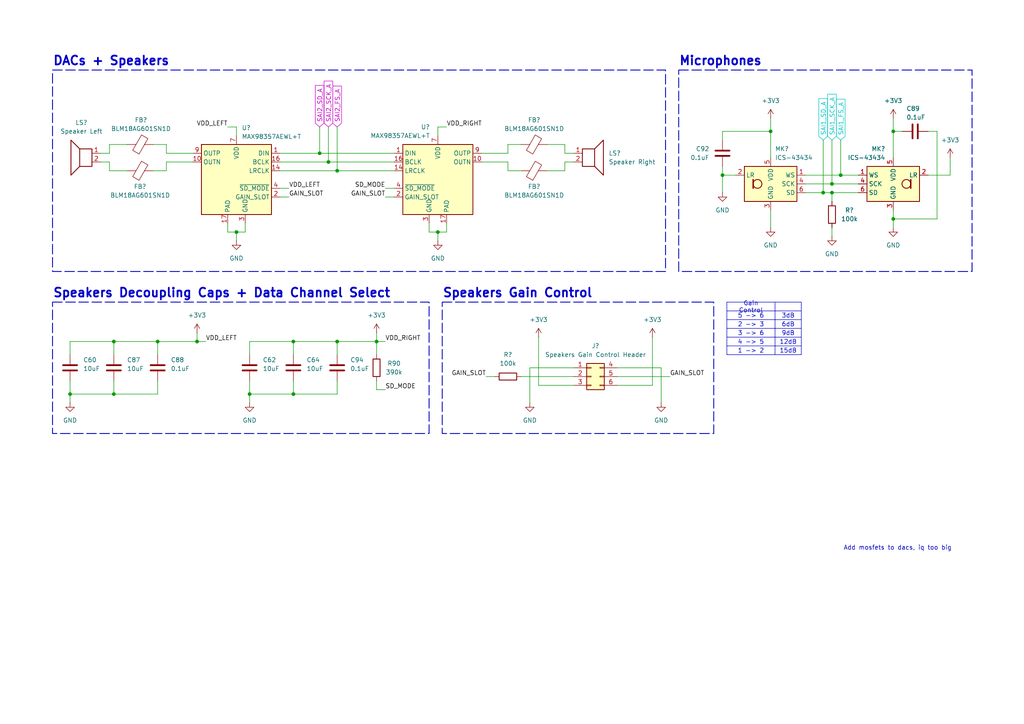
<source format=kicad_sch>
(kicad_sch (version 20250114) (generator "eeschema") (generator_version "9.0")
  (paper "A4")
  (title_block (title "HRVSTR") (date "2025-07-13") (rev "V1.0") (company "Smuggr"))
  (lib_symbols
    (symbol "Audio:MAX98357A"
      (property "Reference" "U" (at -8.89 11.43 0))
      (property "Value" "MAX98357A" (at 10.16 11.43 0))
      (symbol "MAX98357A_1_1"
        (rectangle (start -10.16 10.16) (end 10.16 -10.16) (stroke (width 0.254)) (fill (type background)))
        (pin input line (at -12.7 7.62 0) (length 2.54) (name "DIN") (number "1"))
        (pin input line (at -12.7 5.08 0) (length 2.54) (name "BCLK") (number "16"))
        (pin input line (at -12.7 2.54 0) (length 2.54) (name "LRCLK") (number "14"))
        (pin input line (at -12.7 -2.54 0) (length 2.54) (name "~{SD_MODE}") (number "4"))
        (pin passive line (at -12.7 -5.08 0) (length 2.54) (name "GAIN_SLOT") (number "2"))
        (pin passive line (at -2.54 -12.7 90) (length 2.54) (hide yes) (name "GND") (number "11"))
        (pin passive line (at -2.54 -12.7 90) (length 2.54) (hide yes) (name "GND") (number "15"))
        (pin power_in line (at -2.54 -12.7 90) (length 2.54) (name "GND") (number "3"))
        (pin power_in line (at 0 12.7 270) (length 2.54) (name "VDD") (number "7"))
        (pin passive line (at 0 12.7 270) (length 2.54) (hide yes) (name "VDD") (number "8"))
        (pin unspecified line (at 2.54 -12.7 90) (length 2.54) (name "PAD") (number "17"))
        (pin no_connect line (at 10.16 2.54 180) (length 2.54) (hide yes) (name "NC") (number "5"))
        (pin no_connect line (at 10.16 0 180) (length 2.54) (hide yes) (name "NC") (number "6"))
        (pin no_connect line (at 10.16 -5.08 180) (length 2.54) (hide yes) (name "NC") (number "12"))
        (pin no_connect line (at 10.16 -7.62 180) (length 2.54) (hide yes) (name "NC") (number "13"))
        (pin output line (at 12.7 7.62 180) (length 2.54) (name "OUTP") (number "9"))
        (pin output line (at 12.7 5.08 180) (length 2.54) (name "OUTN") (number "10"))
      )
    )
    (symbol "Connector_Generic:Conn_02x03_Top_Bottom" (pin_names (offset 1.016) (hide yes))
      (property "Reference" "J" (at 1.27 5.08 0))
      (property "Value" "Conn_02x03_Top_Bottom" (at 1.27 -5.08 0))
      (symbol "Conn_02x03_Top_Bottom_1_1"
        (rectangle (start -1.27 3.81) (end 3.81 -3.81) (stroke (width 0.254)) (fill (type background)))
        (rectangle (start -1.27 2.667) (end 0 2.413) (stroke (width 0.1524)))
        (rectangle (start -1.27 0.127) (end 0 -0.127) (stroke (width 0.1524)))
        (rectangle (start -1.27 -2.413) (end 0 -2.667) (stroke (width 0.1524)))
        (rectangle (start 3.81 2.667) (end 2.54 2.413) (stroke (width 0.1524)))
        (rectangle (start 3.81 0.127) (end 2.54 -0.127) (stroke (width 0.1524)))
        (rectangle (start 3.81 -2.413) (end 2.54 -2.667) (stroke (width 0.1524)))
        (pin passive line (at -5.08 2.54 0) (length 3.81) (name "Pin_1") (number "1"))
        (pin passive line (at -5.08 0 0) (length 3.81) (name "Pin_2") (number "2"))
        (pin passive line (at -5.08 -2.54 0) (length 3.81) (name "Pin_3") (number "3"))
        (pin passive line (at 7.62 2.54 180) (length 3.81) (name "Pin_4") (number "4"))
        (pin passive line (at 7.62 0 180) (length 3.81) (name "Pin_5") (number "5"))
        (pin passive line (at 7.62 -2.54 180) (length 3.81) (name "Pin_6") (number "6"))
      )
    )
    (symbol "Device:C" (pin_numbers (hide yes)) (pin_names (offset 0.254))
      (property "Reference" "C" (at 0.635 2.54 0))
      (property "Value" "C" (at 0.635 -2.54 0))
      (symbol "C_0_1"
        (polyline (pts (xy -2.032 0.762) (xy 2.032 0.762)) (stroke (width 0.508)))
        (polyline (pts (xy -2.032 -0.762) (xy 2.032 -0.762)) (stroke (width 0.508)))
      )
      (symbol "C_1_1"
        (pin passive line (at 0 3.81 270) (length 2.794) (name "~") (number "1"))
        (pin passive line (at 0 -3.81 90) (length 2.794) (name "~") (number "2"))
      )
    )
    (symbol "Device:FerriteBead" (pin_numbers (hide yes)) (pin_names (offset 0))
      (property "Reference" "FB" (at -3.81 0.635 90))
      (property "Value" "FerriteBead" (at 3.81 0 90))
      (symbol "FerriteBead_0_1"
        (polyline (pts (xy -2.7686 0.4064) (xy -1.7018 2.2606) (xy 2.7686 -0.3048) (xy 1.6764 -2.159) (xy -2.7686 0.4064)))
        (polyline (pts (xy 0 1.27) (xy 0 1.2954)))
        (polyline (pts (xy 0 -1.27) (xy 0 -1.2192)))
      )
      (symbol "FerriteBead_1_1"
        (pin passive line (at 0 3.81 270) (length 2.54) (name "~") (number "1"))
        (pin passive line (at 0 -3.81 90) (length 2.54) (name "~") (number "2"))
      )
    )
    (symbol "Device:R" (pin_numbers (hide yes)) (pin_names (offset 0))
      (property "Reference" "R" (at 2.032 0 90))
      (property "Value" "R" (at 0 0 90))
      (symbol "R_0_1"
        (rectangle (start -1.016 -2.54) (end 1.016 2.54) (stroke (width 0.254)))
      )
      (symbol "R_1_1"
        (pin passive line (at 0 3.81 270) (length 1.27) (name "~") (number "1"))
        (pin passive line (at 0 -3.81 90) (length 1.27) (name "~") (number "2"))
      )
    )
    (symbol "Device:Speaker" (pin_names (offset 0) (hide yes))
      (property "Reference" "LS" (at 1.27 5.715 0))
      (property "Value" "Speaker" (at 1.27 3.81 0))
      (symbol "Speaker_0_0"
        (rectangle (start -2.54 1.27) (end 1.016 -3.81) (stroke (width 0.254)))
        (polyline (pts (xy 1.016 1.27) (xy 3.556 3.81) (xy 3.556 -6.35) (xy 1.016 -3.81)) (stroke (width 0.254)))
      )
      (symbol "Speaker_1_1"
        (pin input line (at -5.08 0 0) (length 2.54) (name "1") (number "1"))
        (pin input line (at -5.08 -2.54 0) (length 2.54) (name "2") (number "2"))
      )
    )
    (symbol "Sensor_Audio:ICS-43434"
      (property "Reference" "MK" (at -7.62 6.35 0))
      (property "Value" "ICS-43434" (at 1.27 6.35 0))
      (symbol "ICS-43434_1_1"
        (rectangle (start -7.62 5.08) (end 7.62 -5.08) (stroke (width 0.254)) (fill (type background)))
        (polyline (pts (xy -5.08 1.27) (xy -5.08 -1.27)) (stroke (width 0.381)))
        (circle (center -3.81 0) (radius 1.27) (stroke (width 0.254)))
        (pin input line (at -10.16 2.54 0) (length 2.54) (name "LR") (number "2"))
        (pin power_in line (at 0 7.62 270) (length 2.54) (name "VDD") (number "5"))
        (pin power_in line (at 0 -7.62 90) (length 2.54) (name "GND") (number "3"))
        (pin input line (at 10.16 2.54 180) (length 2.54) (name "WS") (number "1"))
        (pin input line (at 10.16 0 180) (length 2.54) (name "SCK") (number "4"))
        (pin output line (at 10.16 -2.54 180) (length 2.54) (name "SD") (number "6"))
      )
    )
    (symbol "power:+3V3" (power) (pin_numbers (hide yes)) (pin_names (offset 0) (hide yes))
      (property "Value" "+3V3" (at 0 3.556 0))
      (symbol "+3V3_0_1"
        (polyline (pts (xy -0.762 1.27) (xy 0 2.54)))
        (polyline (pts (xy 0 2.54) (xy 0.762 1.27)))
        (polyline (pts (xy 0 0) (xy 0 2.54)))
      )
      (symbol "+3V3_1_1"
        (pin power_in line (at 0 0 90) (length 0) (name "~") (number "1"))
      )
    )
    (symbol "power:GND" (power) (pin_numbers (hide yes)) (pin_names (offset 0) (hide yes))
      (property "Value" "GND" (at 0 -3.81 0))
      (symbol "GND_0_1"
        (polyline (pts (xy 0 0) (xy 0 -1.27) (xy 1.27 -1.27) (xy 0 -2.54) (xy -1.27 -1.27) (xy 0 -1.27)))
      )
      (symbol "GND_1_1"
        (pin power_in line (at 0 0 270) (length 0) (name "~") (number "1"))
      )
    )
  )
  (rectangle (start 15.24 87.63) (end 124.46 125.73) (stroke (width 0.254) (type dash)))
  (rectangle (start 15.24 20.32) (end 193.04 78.74) (stroke (width 0.254) (type dash)))
  (rectangle (start 196.85 20.32) (end 281.94 78.74) (stroke (width 0.254) (type dash)))
  (rectangle (start 128.27 87.63) (end 207.01 125.73) (stroke (width 0.254) (type dash)))
  (text "Speakers Gain Control" (at 128.27 85.09 0) (effects (font (size 2.54 2.54) (thickness 0.508) (bold yes)) (justify left)))
  (text "Add mosfets to dacs, iq too big" (at 260.35 159.004 0) (effects (font (size 1.27 1.27))))
  (text "Speakers Decoupling Caps + Data Channel Select" (at 15.24 85.09 0) (effects (font (size 2.54 2.54) (thickness 0.508) (bold yes)) (justify left)))
  (text "Microphones" (at 196.85 17.78 0) (effects (font (size 2.54 2.54) (thickness 0.508) (bold yes)) (justify left)))
  (text "DACs + Speakers" (at 15.24 17.78 0) (effects (font (size 2.54 2.54) (thickness 0.508) (bold yes)) (justify left)))
  (junction (at 33.02 114.3))
  (junction (at 20.32 114.3))
  (junction (at 92.71 44.45))
  (junction (at 223.52 38.1))
  (junction (at 209.55 50.8))
  (junction (at 85.09 114.3))
  (junction (at 68.58 67.31))
  (junction (at 127 67.31))
  (junction (at 243.84 50.8))
  (junction (at 259.08 63.5))
  (junction (at 95.25 46.99))
  (junction (at 97.79 49.53))
  (junction (at 97.79 99.06))
  (junction (at 33.02 99.06))
  (junction (at 241.3 55.88))
  (junction (at 85.09 99.06))
  (junction (at 45.72 99.06))
  (junction (at 57.15 99.06))
  (junction (at 241.3 53.34))
  (junction (at 109.22 99.06))
  (junction (at 238.76 55.88))
  (junction (at 72.39 114.3))
  (junction (at 259.08 38.1))
  (wire (pts (xy 147.32 41.91) (xy 151.13 41.91)))
  (wire (pts (xy 147.32 49.53) (xy 147.32 46.99)))
  (wire (pts (xy 243.84 40.64) (xy 243.84 50.8)))
  (wire (pts (xy 156.21 97.79) (xy 156.21 111.76)))
  (wire (pts (xy 20.32 114.3) (xy 20.32 110.49)))
  (wire (pts (xy 189.23 111.76) (xy 179.07 111.76)))
  (wire (pts (xy 223.52 60.96) (xy 223.52 66.04)))
  (wire (pts (xy 48.26 41.91) (xy 48.26 44.45)))
  (wire (pts (xy 194.31 109.22) (xy 179.07 109.22)))
  (wire (pts (xy 72.39 114.3) (xy 72.39 110.49)))
  (wire (pts (xy 109.22 96.52) (xy 109.22 99.06)))
  (wire (pts (xy 20.32 102.87) (xy 20.32 99.06)))
  (wire (pts (xy 33.02 102.87) (xy 33.02 99.06)))
  (wire (pts (xy 153.67 106.68) (xy 166.37 106.68)))
  (wire (pts (xy 31.75 49.53) (xy 31.75 46.99)))
  (wire (pts (xy 127 39.37) (xy 127 36.83)))
  (wire (pts (xy 59.69 99.06) (xy 57.15 99.06)))
  (wire (pts (xy 109.22 99.06) (xy 109.22 102.87)))
  (wire (pts (xy 97.79 114.3) (xy 85.09 114.3)))
  (wire (pts (xy 33.02 114.3) (xy 33.02 110.49)))
  (wire (pts (xy 209.55 38.1) (xy 223.52 38.1)))
  (wire (pts (xy 241.3 53.34) (xy 248.92 53.34)))
  (wire (pts (xy 31.75 41.91) (xy 31.75 44.45)))
  (wire (pts (xy 209.55 48.26) (xy 209.55 50.8)))
  (wire (pts (xy 111.76 54.61) (xy 114.3 54.61)))
  (wire (pts (xy 68.58 39.37) (xy 68.58 36.83)))
  (wire (pts (xy 111.76 113.03) (xy 109.22 113.03)))
  (wire (pts (xy 44.45 49.53) (xy 48.26 49.53)))
  (wire (pts (xy 124.46 64.77) (xy 124.46 67.31)))
  (wire (pts (xy 48.26 41.91) (xy 44.45 41.91)))
  (wire (pts (xy 259.08 60.96) (xy 259.08 63.5)))
  (wire (pts (xy 223.52 38.1) (xy 223.52 45.72)))
  (wire (pts (xy 259.08 38.1) (xy 259.08 45.72)))
  (wire (pts (xy 259.08 38.1) (xy 261.62 38.1)))
  (wire (pts (xy 31.75 46.99) (xy 29.21 46.99)))
  (wire (pts (xy 158.75 49.53) (xy 163.83 49.53)))
  (wire (pts (xy 111.76 99.06) (xy 109.22 99.06)))
  (wire (pts (xy 163.83 46.99) (xy 166.37 46.99)))
  (wire (pts (xy 127 36.83) (xy 129.54 36.83)))
  (wire (pts (xy 147.32 41.91) (xy 147.32 44.45)))
  (wire (pts (xy 153.67 116.84) (xy 153.67 106.68)))
  (wire (pts (xy 275.59 50.8) (xy 269.24 50.8)))
  (wire (pts (xy 129.54 64.77) (xy 129.54 67.31)))
  (wire (pts (xy 72.39 102.87) (xy 72.39 99.06)))
  (wire (pts (xy 45.72 114.3) (xy 33.02 114.3)))
  (wire (pts (xy 241.3 55.88) (xy 241.3 58.42)))
  (wire (pts (xy 209.55 40.64) (xy 209.55 38.1)))
  (wire (pts (xy 85.09 114.3) (xy 72.39 114.3)))
  (wire (pts (xy 85.09 114.3) (xy 85.09 110.49)))
  (wire (pts (xy 271.78 38.1) (xy 271.78 63.5)))
  (wire (pts (xy 127 67.31) (xy 127 69.85)))
  (wire (pts (xy 189.23 97.79) (xy 189.23 111.76)))
  (wire (pts (xy 57.15 96.52) (xy 57.15 99.06)))
  (wire (pts (xy 97.79 99.06) (xy 97.79 102.87)))
  (wire (pts (xy 68.58 67.31) (xy 68.58 69.85)))
  (wire (pts (xy 259.08 34.29) (xy 259.08 38.1)))
  (wire (pts (xy 48.26 49.53) (xy 48.26 46.99)))
  (wire (pts (xy 33.02 114.3) (xy 20.32 114.3)))
  (wire (pts (xy 36.83 41.91) (xy 31.75 41.91)))
  (wire (pts (xy 241.3 55.88) (xy 248.92 55.88)))
  (wire (pts (xy 72.39 99.06) (xy 85.09 99.06)))
  (wire (pts (xy 20.32 99.06) (xy 33.02 99.06)))
  (wire (pts (xy 71.12 67.31) (xy 68.58 67.31)))
  (wire (pts (xy 191.77 116.84) (xy 191.77 106.68)))
  (wire (pts (xy 233.68 53.34) (xy 241.3 53.34)))
  (wire (pts (xy 45.72 99.06) (xy 45.72 102.87)))
  (wire (pts (xy 147.32 44.45) (xy 139.7 44.45)))
  (wire (pts (xy 36.83 49.53) (xy 31.75 49.53)))
  (wire (pts (xy 129.54 67.31) (xy 127 67.31)))
  (wire (pts (xy 156.21 111.76) (xy 166.37 111.76)))
  (wire (pts (xy 33.02 99.06) (xy 45.72 99.06)))
  (wire (pts (xy 111.76 57.15) (xy 114.3 57.15)))
  (wire (pts (xy 163.83 44.45) (xy 166.37 44.45)))
  (wire (pts (xy 66.04 64.77) (xy 66.04 67.31)))
  (wire (pts (xy 45.72 99.06) (xy 57.15 99.06)))
  (wire (pts (xy 191.77 106.68) (xy 179.07 106.68)))
  (wire (pts (xy 72.39 114.3) (xy 72.39 116.84)))
  (wire (pts (xy 97.79 99.06) (xy 109.22 99.06)))
  (wire (pts (xy 92.71 36.83) (xy 92.71 44.45)))
  (wire (pts (xy 275.59 50.8) (xy 275.59 45.72)))
  (wire (pts (xy 97.79 49.53) (xy 114.3 49.53)))
  (wire (pts (xy 92.71 44.45) (xy 114.3 44.45)))
  (wire (pts (xy 147.32 46.99) (xy 139.7 46.99)))
  (wire (pts (xy 209.55 50.8) (xy 213.36 50.8)))
  (wire (pts (xy 83.82 57.15) (xy 81.28 57.15)))
  (wire (pts (xy 223.52 34.29) (xy 223.52 38.1)))
  (wire (pts (xy 271.78 63.5) (xy 259.08 63.5)))
  (wire (pts (xy 81.28 54.61) (xy 83.82 54.61)))
  (wire (pts (xy 238.76 55.88) (xy 241.3 55.88)))
  (wire (pts (xy 48.26 44.45) (xy 55.88 44.45)))
  (wire (pts (xy 45.72 110.49) (xy 45.72 114.3)))
  (wire (pts (xy 233.68 50.8) (xy 243.84 50.8)))
  (wire (pts (xy 31.75 44.45) (xy 29.21 44.45)))
  (wire (pts (xy 81.28 46.99) (xy 95.25 46.99)))
  (wire (pts (xy 20.32 114.3) (xy 20.32 116.84)))
  (wire (pts (xy 163.83 41.91) (xy 163.83 44.45)))
  (wire (pts (xy 269.24 38.1) (xy 271.78 38.1)))
  (wire (pts (xy 81.28 49.53) (xy 97.79 49.53)))
  (wire (pts (xy 241.3 66.04) (xy 241.3 68.58)))
  (wire (pts (xy 241.3 40.64) (xy 241.3 53.34)))
  (wire (pts (xy 85.09 102.87) (xy 85.09 99.06)))
  (wire (pts (xy 97.79 110.49) (xy 97.79 114.3)))
  (wire (pts (xy 238.76 40.64) (xy 238.76 55.88)))
  (wire (pts (xy 109.22 113.03) (xy 109.22 110.49)))
  (wire (pts (xy 85.09 99.06) (xy 97.79 99.06)))
  (wire (pts (xy 233.68 55.88) (xy 238.76 55.88)))
  (wire (pts (xy 71.12 64.77) (xy 71.12 67.31)))
  (wire (pts (xy 81.28 44.45) (xy 92.71 44.45)))
  (wire (pts (xy 163.83 49.53) (xy 163.83 46.99)))
  (wire (pts (xy 151.13 109.22) (xy 166.37 109.22)))
  (wire (pts (xy 259.08 63.5) (xy 259.08 66.04)))
  (wire (pts (xy 140.97 109.22) (xy 143.51 109.22)))
  (wire (pts (xy 48.26 46.99) (xy 55.88 46.99)))
  (wire (pts (xy 97.79 36.83) (xy 97.79 49.53)))
  (wire (pts (xy 209.55 50.8) (xy 209.55 55.88)))
  (wire (pts (xy 124.46 67.31) (xy 127 67.31)))
  (wire (pts (xy 151.13 49.53) (xy 147.32 49.53)))
  (wire (pts (xy 243.84 50.8) (xy 248.92 50.8)))
  (wire (pts (xy 66.04 67.31) (xy 68.58 67.31)))
  (wire (pts (xy 95.25 46.99) (xy 114.3 46.99)))
  (wire (pts (xy 68.58 36.83) (xy 66.04 36.83)))
  (wire (pts (xy 158.75 41.91) (xy 163.83 41.91)))
  (wire (pts (xy 95.25 36.83) (xy 95.25 46.99)))
  (table (column_count 2) (border (external yes) (header yes)) (separators (rows yes) (cols yes)) (column_widths 13.97 7.62) (row_heights 2.54 2.54 2.54 2.54 2.54 2.54) (cells (table_cell "Gain Control" (at 210.82 87.63 0) (size 13.97 2.54) (margins 0.9525 0.9525 0.9525 0.9525) (span 1 1)) (table_cell "" (at 224.79 87.63 0) (size 7.62 2.54) (margins 0.9525 0.9525 0.9525 0.9525) (span 1 1)) (table_cell "5 -> 6" (at 210.82 90.17 0) (size 13.97 2.54) (margins 0.9525 0.9525 0.9525 0.9525) (span 1 1)) (table_cell "3dB" (at 224.79 90.17 0) (size 7.62 2.54) (margins 0.9525 0.9525 0.9525 0.9525) (span 1 1)) (table_cell "2 -> 3" (at 210.82 92.71 0) (size 13.97 2.54) (margins 0.9525 0.9525 0.9525 0.9525) (span 1 1)) (table_cell "6dB" (at 224.79 92.71 0) (size 7.62 2.54) (margins 0.9525 0.9525 0.9525 0.9525) (span 1 1)) (table_cell "3 -> 6" (at 210.82 95.25 0) (size 13.97 2.54) (margins 0.9525 0.9525 0.9525 0.9525) (span 1 1)) (table_cell "9dB" (at 224.79 95.25 0) (size 7.62 2.54) (margins 0.9525 0.9525 0.9525 0.9525) (span 1 1)) (table_cell "4 -> 5" (at 210.82 97.79 0) (size 13.97 2.54) (margins 0.9525 0.9525 0.9525 0.9525) (span 1 1)) (table_cell "12dB" (at 224.79 97.79 0) (size 7.62 2.54) (margins 0.9525 0.9525 0.9525 0.9525) (span 1 1)) (table_cell "1 -> 2" (at 210.82 100.33 0) (size 13.97 2.54) (margins 0.9525 0.9525 0.9525 0.9525) (span 1 1)) (table_cell "15dB" (at 224.79 100.33 0) (size 7.62 2.54) (margins 0.9525 0.9525 0.9525 0.9525) (span 1 1))))
  (label "VDD_RIGHT" (at 129.54 36.83 0))
  (label "GAIN_SLOT" (at 83.82 57.15 0))
  (label "VDD_RIGHT" (at 111.76 99.06 0))
  (label "GAIN_SLOT" (at 194.31 109.22 0))
  (label "SD_MODE" (at 111.76 54.61 180))
  (label "VDD_LEFT" (at 59.69 99.06 0))
  (label "SD_MODE" (at 111.76 113.03 0))
  (label "GAIN_SLOT" (at 111.76 57.15 180))
  (label "GAIN_SLOT" (at 140.97 109.22 180))
  (label "VDD_LEFT" (at 83.82 54.61 0))
  (label "VDD_LEFT" (at 66.04 36.83 180))
  (global_label "SAI1_FS_A" (shape input) (at 243.84 40.64 90) (property "Intersheetrefs" "${INTERSHEET_REFS}" (effects (hide yes))))
  (global_label "SAI1_SCK_A" (shape input) (at 241.3 40.64 90) (property "Intersheetrefs" "${INTERSHEET_REFS}" (effects (hide yes))))
  (global_label "SAI1_SD_A" (shape input) (at 238.76 40.64 90) (property "Intersheetrefs" "${INTERSHEET_REFS}" (effects (hide yes))))
  (global_label "SAI2_FS_A" (shape input) (at 97.79 36.83 90) (property "Intersheetrefs" "${INTERSHEET_REFS}" (effects (hide yes))))
  (global_label "SAI2_SCK_A" (shape input) (at 95.25 36.83 90) (property "Intersheetrefs" "${INTERSHEET_REFS}" (effects (hide yes))))
  (global_label "SAI2_SD_A" (shape input) (at 92.71 36.83 90) (property "Intersheetrefs" "${INTERSHEET_REFS}" (effects (hide yes))))
  (symbol (lib_id "power:GND") (at 153.67 116.84 0) (mirror y) (unit 1)
    (property "Reference" "#PWR?" (effects (hide yes)))
    (property "Value" "GND" (at 153.67 121.92 0))
    (property "Description" "Power symbol creates a global label with name \"GND\" , ground" (effects (hide yes)))
  )
  (symbol (lib_id "Device:Speaker") (at 171.45 44.45 0) (unit 1)
    (property "Reference" "LS?" (at 176.53 44.4499 0) (effects (justify left)))
    (property "Value" "Speaker Right" (at 176.53 46.9899 0) (effects (justify left)))
    (property "Description" "Speaker" (effects (hide yes)))
  )
  (symbol (lib_id "Device:R") (at 147.32 109.22 270) (unit 1)
    (property "Reference" "R?" (at 147.32 102.87 90))
    (property "Value" "100k" (at 147.32 105.41 90))
    (property "Description" "Resistor" (effects (hide yes)))
  )
  (symbol (lib_id "Device:Speaker") (at 24.13 44.45 0) (mirror y) (unit 1)
    (property "Reference" "LS?" (at 23.622 35.56 0))
    (property "Value" "Speaker Left" (at 23.622 38.1 0))
    (property "Description" "Speaker" (effects (hide yes)))
  )
  (symbol (lib_id "power:+3V3") (at 109.22 96.52 0) (unit 1)
    (property "Reference" "#PWR0103" (effects (hide yes)))
    (property "Value" "+3V3" (at 109.22 91.44 0))
    (property "Description" "Power symbol creates a global label with name \"+3V3\"" (effects (hide yes)))
  )
  (symbol (lib_id "Audio:MAX98357A") (at 127 52.07 0) (unit 1)
    (property "Reference" "U?" (at 124.714 36.83 0) (effects (justify right)))
    (property "Value" "MAX98357AEWL+T" (at 124.714 39.37 0) (effects (justify right)))
    (property "Footprint" "Package_DFN_QFN:TQFN-16-1EP_3x3mm_P0.5mm_EP1.23x1.23mm" (effects (hide yes)))
    (property "Datasheet" "https://www.analog.com/media/en/technical-documentation/data-sheets/MAX98357A-MAX98357B.pdf" (effects (hide yes)))
    (property "Description" "Mono DAC with amplifier, I2S, PCM, TDM, 32-bit, 96khz, 3.2W, TQFP-16" (effects (hide yes)))
  )
  (symbol (lib_id "power:GND") (at 223.52 66.04 0) (unit 1)
    (property "Reference" "#PWR?" (effects (hide yes)))
    (property "Value" "GND" (at 223.52 71.12 0))
    (property "Description" "Power symbol creates a global label with name \"GND\" , ground" (effects (hide yes)))
  )
  (symbol (lib_id "power:+3V3") (at 275.59 45.72 0) (mirror y) (unit 1)
    (property "Reference" "#PWR?" (effects (hide yes)))
    (property "Value" "+3V3" (at 275.59 40.64 0))
    (property "Description" "Power symbol creates a global label with name \"+3V3\"" (effects (hide yes)))
  )
  (symbol (lib_id "power:GND") (at 72.39 116.84 0) (mirror y) (unit 1)
    (property "Reference" "#PWR0102" (effects (hide yes)))
    (property "Value" "GND" (at 72.39 121.92 0))
    (property "Description" "Power symbol creates a global label with name \"GND\" , ground" (effects (hide yes)))
  )
  (symbol (lib_id "Device:C") (at 85.09 106.68 0) (unit 1)
    (property "Reference" "C64" (at 88.9 104.394 0) (effects (justify left)))
    (property "Value" "10uF" (at 88.9 106.934 0) (effects (justify left)))
    (property "Description" "Unpolarized capacitor" (effects (hide yes)))
  )
  (symbol (lib_id "power:GND") (at 209.55 55.88 0) (unit 1)
    (property "Reference" "#PWR?" (effects (hide yes)))
    (property "Value" "GND" (at 209.55 60.96 0))
    (property "Description" "Power symbol creates a global label with name \"GND\" , ground" (effects (hide yes)))
  )
  (symbol (lib_id "Device:C") (at 20.32 106.68 0) (unit 1)
    (property "Reference" "C60" (at 24.13 104.394 0) (effects (justify left)))
    (property "Value" "10uF" (at 24.13 106.934 0) (effects (justify left)))
    (property "Description" "Unpolarized capacitor" (effects (hide yes)))
  )
  (symbol (lib_id "power:GND") (at 259.08 66.04 0) (mirror y) (unit 1)
    (property "Reference" "#PWR?" (effects (hide yes)))
    (property "Value" "GND" (at 259.08 71.12 0))
    (property "Description" "Power symbol creates a global label with name \"GND\" , ground" (effects (hide yes)))
  )
  (symbol (lib_id "Device:FerriteBead") (at 40.64 41.91 270) (unit 1)
    (property "Reference" "FB?" (at 40.894 34.798 90))
    (property "Value" "BLM18AG601SN1D" (at 40.894 37.338 90))
    (property "Description" "Ferrite bead" (effects (hide yes)))
  )
  (symbol (lib_id "Sensor_Audio:ICS-43434") (at 223.52 53.34 0) (unit 1)
    (property "Reference" "MK?" (at 224.79 43.18 0) (effects (justify left)))
    (property "Value" "ICS-43434" (at 224.79 45.72 0) (effects (justify left)))
    (property "Footprint" "Sensor_Audio:InvenSense_ICS-43434-6_3.5x2.65mm" (effects (hide yes)))
    (property "Datasheet" "https://www.invensense.com/wp-content/uploads/2016/02/DS-000069-ICS-43434-v1.2.pdf" (effects (hide yes)))
    (property "Description" "TDK InvenSense MEMS Microphone, 24-bit I2S, 65 dBA SNR, LGA-6" (effects (hide yes)))
  )
  (symbol (lib_id "Sensor_Audio:ICS-43434") (at 259.08 53.34 0) (mirror y) (unit 1)
    (property "Reference" "MK?" (at 256.794 43.18 0) (effects (justify left)))
    (property "Value" "ICS-43434" (at 256.794 45.72 0) (effects (justify left)))
    (property "Footprint" "Sensor_Audio:InvenSense_ICS-43434-6_3.5x2.65mm" (effects (hide yes)))
    (property "Datasheet" "https://www.invensense.com/wp-content/uploads/2016/02/DS-000069-ICS-43434-v1.2.pdf" (effects (hide yes)))
    (property "Description" "TDK InvenSense MEMS Microphone, 24-bit I2S, 65 dBA SNR, LGA-6" (effects (hide yes)))
  )
  (symbol (lib_id "power:+3V3") (at 57.15 96.52 0) (unit 1)
    (property "Reference" "#PWR0164" (effects (hide yes)))
    (property "Value" "+3V3" (at 57.15 91.44 0))
    (property "Description" "Power symbol creates a global label with name \"+3V3\"" (effects (hide yes)))
  )
  (symbol (lib_id "power:+3V3") (at 156.21 97.79 0) (unit 1)
    (property "Reference" "#PWR?" (effects (hide yes)))
    (property "Value" "+3V3" (at 156.21 92.71 0))
    (property "Description" "Power symbol creates a global label with name \"+3V3\"" (effects (hide yes)))
  )
  (symbol (lib_id "Device:FerriteBead") (at 154.94 49.53 90) (unit 1)
    (property "Reference" "FB?" (at 154.94 54.102 90))
    (property "Value" "BLM18AG601SN1D" (at 154.94 56.642 90))
    (property "Description" "Ferrite bead" (effects (hide yes)))
  )
  (symbol (lib_id "Device:R") (at 109.22 106.68 0) (mirror y) (unit 1)
    (property "Reference" "R90" (at 114.3 105.41 0))
    (property "Value" "390k" (at 114.3 107.95 0))
    (property "Description" "Resistor" (effects (hide yes)))
  )
  (symbol (lib_id "Device:R") (at 241.3 62.23 0) (unit 1)
    (property "Reference" "R?" (at 246.38 60.96 0))
    (property "Value" "100k" (at 246.38 63.5 0))
    (property "Description" "Resistor" (effects (hide yes)))
  )
  (symbol (lib_id "Device:C") (at 97.79 106.68 0) (unit 1)
    (property "Reference" "C94" (at 101.6 104.394 0) (effects (justify left)))
    (property "Value" "0.1uF" (at 101.6 106.934 0) (effects (justify left)))
    (property "Description" "Unpolarized capacitor" (effects (hide yes)))
  )
  (symbol (lib_id "Audio:MAX98357A") (at 68.58 52.07 0) (mirror y) (unit 1)
    (property "Reference" "U?" (at 70.104 37.084 0) (effects (justify right)))
    (property "Value" "MAX98357AEWL+T" (at 70.104 39.624 0) (effects (justify right)))
    (property "Footprint" "Package_DFN_QFN:TQFN-16-1EP_3x3mm_P0.5mm_EP1.23x1.23mm" (effects (hide yes)))
    (property "Datasheet" "https://www.analog.com/media/en/technical-documentation/data-sheets/MAX98357A-MAX98357B.pdf" (effects (hide yes)))
    (property "Description" "Mono DAC with amplifier, I2S, PCM, TDM, 32-bit, 96khz, 3.2W, TQFP-16" (effects (hide yes)))
  )
  (symbol (lib_id "power:GND") (at 191.77 116.84 0) (unit 1)
    (property "Reference" "#PWR?" (effects (hide yes)))
    (property "Value" "GND" (at 191.77 121.92 0))
    (property "Description" "Power symbol creates a global label with name \"GND\" , ground" (effects (hide yes)))
  )
  (symbol (lib_id "power:GND") (at 68.58 69.85 0) (mirror y) (unit 1)
    (property "Reference" "#PWR?" (effects (hide yes)))
    (property "Value" "GND" (at 68.58 74.93 0))
    (property "Description" "Power symbol creates a global label with name \"GND\" , ground" (effects (hide yes)))
  )
  (symbol (lib_id "Connector_Generic:Conn_02x03_Top_Bottom") (at 171.45 109.22 0) (unit 1)
    (property "Reference" "J?" (at 172.72 100.33 0))
    (property "Value" "Speakers Gain Control Header" (at 172.72 102.87 0))
    (property "Description" "Generic connector, double row, 02x03, top/bottom pin numbering scheme (row 1: 1...pins_per_row, row2: pins_per_row+1 ... num_pins), script generated (kicad-library-utils/schlib/autogen/connector/)" (effects (hide yes)))
  )
  (symbol (lib_id "power:GND") (at 20.32 116.84 0) (mirror y) (unit 1)
    (property "Reference" "#PWR0161" (effects (hide yes)))
    (property "Value" "GND" (at 20.32 121.92 0))
    (property "Description" "Power symbol creates a global label with name \"GND\" , ground" (effects (hide yes)))
  )
  (symbol (lib_id "Device:C") (at 45.72 106.68 0) (unit 1)
    (property "Reference" "C88" (at 49.53 104.394 0) (effects (justify left)))
    (property "Value" "0.1uF" (at 49.53 106.934 0) (effects (justify left)))
    (property "Description" "Unpolarized capacitor" (effects (hide yes)))
  )
  (symbol (lib_id "power:+3V3") (at 189.23 97.79 0) (mirror y) (unit 1)
    (property "Reference" "#PWR?" (effects (hide yes)))
    (property "Value" "+3V3" (at 189.23 92.71 0))
    (property "Description" "Power symbol creates a global label with name \"+3V3\"" (effects (hide yes)))
  )
  (symbol (lib_id "Device:C") (at 265.43 38.1 90) (unit 1)
    (property "Reference" "C89" (at 262.89 31.496 90) (effects (justify right)))
    (property "Value" "0.1uF" (at 262.89 34.036 90) (effects (justify right)))
    (property "Description" "Unpolarized capacitor" (effects (hide yes)))
  )
  (symbol (lib_id "power:+3V3") (at 223.52 34.29 0) (unit 1)
    (property "Reference" "#PWR?" (effects (hide yes)))
    (property "Value" "+3V3" (at 223.52 29.21 0))
    (property "Description" "Power symbol creates a global label with name \"+3V3\"" (effects (hide yes)))
  )
  (symbol (lib_id "Device:FerriteBead") (at 40.64 49.53 270) (unit 1)
    (property "Reference" "FB?" (at 40.64 54.102 90))
    (property "Value" "BLM18AG601SN1D" (at 40.64 56.642 90))
    (property "Description" "Ferrite bead" (effects (hide yes)))
  )
  (symbol (lib_id "Device:C") (at 209.55 44.45 0) (mirror y) (unit 1)
    (property "Reference" "C92" (at 205.74 43.1799 0) (effects (justify left)))
    (property "Value" "0.1uF" (at 205.74 45.7199 0) (effects (justify left)))
    (property "Description" "Unpolarized capacitor" (effects (hide yes)))
  )
  (symbol (lib_id "power:+3V3") (at 259.08 34.29 0) (mirror y) (unit 1)
    (property "Reference" "#PWR?" (effects (hide yes)))
    (property "Value" "+3V3" (at 259.08 29.21 0))
    (property "Description" "Power symbol creates a global label with name \"+3V3\"" (effects (hide yes)))
  )
  (symbol (lib_id "power:GND") (at 127 69.85 0) (mirror y) (unit 1)
    (property "Reference" "#PWR?" (effects (hide yes)))
    (property "Value" "GND" (at 127 74.93 0))
    (property "Description" "Power symbol creates a global label with name \"GND\" , ground" (effects (hide yes)))
  )
  (symbol (lib_id "Device:C") (at 33.02 106.68 0) (unit 1)
    (property "Reference" "C87" (at 36.83 104.394 0) (effects (justify left)))
    (property "Value" "10uF" (at 36.83 106.934 0) (effects (justify left)))
    (property "Description" "Unpolarized capacitor" (effects (hide yes)))
  )
  (symbol (lib_id "Device:C") (at 72.39 106.68 0) (unit 1)
    (property "Reference" "C62" (at 76.2 104.394 0) (effects (justify left)))
    (property "Value" "10uF" (at 76.2 106.934 0) (effects (justify left)))
    (property "Description" "Unpolarized capacitor" (effects (hide yes)))
  )
  (symbol (lib_id "power:GND") (at 241.3 68.58 0) (mirror y) (unit 1)
    (property "Reference" "#PWR?" (effects (hide yes)))
    (property "Value" "GND" (at 241.3 73.66 0))
    (property "Description" "Power symbol creates a global label with name \"GND\" , ground" (effects (hide yes)))
  )
  (symbol (lib_id "Device:FerriteBead") (at 154.94 41.91 90) (unit 1)
    (property "Reference" "FB?" (at 154.94 34.798 90))
    (property "Value" "BLM18AG601SN1D" (at 154.94 37.338 90))
    (property "Description" "Ferrite bead" (effects (hide yes)))
  )
)
</source>
